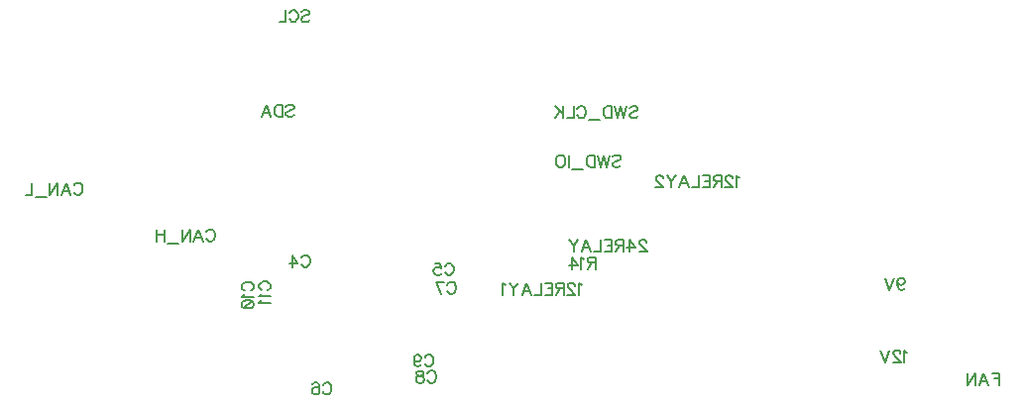
<source format=gbr>
G04 DipTrace 3.2.0.1*
G04 BottomSilk.gbr*
%MOIN*%
G04 #@! TF.FileFunction,Legend,Bot*
G04 #@! TF.Part,Single*
%ADD131C,0.005906*%
%FSLAX26Y26*%
G04*
G70*
G90*
G75*
G01*
G04 BotSilk*
%LPD*%
X2430783Y1346575D2*
D131*
X2426936Y1348521D1*
X2421188Y1354225D1*
Y1314077D1*
X2407431Y1344674D2*
Y1346575D1*
X2405530Y1350422D1*
X2403629Y1352323D1*
X2399782Y1354225D1*
X2392133D1*
X2388330Y1352323D1*
X2386429Y1350422D1*
X2384483Y1346575D1*
Y1342773D1*
X2386429Y1338926D1*
X2390231Y1333222D1*
X2409377Y1314077D1*
X2382582D1*
X2370771Y1335123D2*
X2353571D1*
X2347823Y1337069D1*
X2345878Y1338970D1*
X2343976Y1342773D1*
Y1346620D1*
X2345878Y1350422D1*
X2347823Y1352368D1*
X2353571Y1354269D1*
X2370771D1*
Y1314077D1*
X2357374Y1335123D2*
X2343976Y1314077D1*
X2307316Y1354269D2*
X2332165D1*
Y1314077D1*
X2307316D1*
X2332165Y1335123D2*
X2316867D1*
X2295505Y1354269D2*
Y1314077D1*
X2272557D1*
X2230105D2*
X2245448Y1354269D1*
X2260746Y1314077D1*
X2254998Y1327474D2*
X2235853D1*
X2218294Y1354269D2*
X2202995Y1335123D1*
Y1314077D1*
X2187697Y1354269D2*
X2202995Y1335123D1*
X2175886Y1346575D2*
X2172039Y1348521D1*
X2166291Y1354225D1*
Y1314077D1*
X2960262Y1708539D2*
X2956415Y1710484D1*
X2950667Y1716188D1*
Y1676040D1*
X2936911Y1706637D2*
Y1708539D1*
X2935009Y1712385D1*
X2933108Y1714287D1*
X2929261Y1716188D1*
X2921612D1*
X2917809Y1714287D1*
X2915908Y1712385D1*
X2913963Y1708539D1*
Y1704736D1*
X2915908Y1700889D1*
X2919711Y1695185D1*
X2938856Y1676040D1*
X2912061D1*
X2900250Y1697087D2*
X2883050D1*
X2877302Y1699032D1*
X2875357Y1700933D1*
X2873456Y1704736D1*
Y1708583D1*
X2875357Y1712385D1*
X2877302Y1714331D1*
X2883050Y1716232D1*
X2900250D1*
Y1676040D1*
X2886853Y1697087D2*
X2873456Y1676040D1*
X2836795Y1716232D2*
X2861645D1*
Y1676040D1*
X2836795D1*
X2861645Y1697087D2*
X2846346D1*
X2824984Y1716232D2*
Y1676040D1*
X2802037D1*
X2759584D2*
X2774927Y1716232D1*
X2790226Y1676040D1*
X2784477Y1689437D2*
X2765332D1*
X2747773Y1716232D2*
X2732474Y1697087D1*
Y1676040D1*
X2717176Y1716232D2*
X2732474Y1697087D1*
X2703419Y1706637D2*
Y1708539D1*
X2701518Y1712385D1*
X2699617Y1714287D1*
X2695770Y1716188D1*
X2688121D1*
X2684318Y1714287D1*
X2682417Y1712385D1*
X2680471Y1708539D1*
Y1704736D1*
X2682417Y1700889D1*
X2686219Y1695185D1*
X2705365Y1676040D1*
X2678570D1*
X3525619Y1119647D2*
X3521773Y1121593D1*
X3516025Y1127297D1*
Y1087149D1*
X3502268Y1117746D2*
Y1119647D1*
X3500367Y1123494D1*
X3498465Y1125396D1*
X3494619Y1127297D1*
X3486969D1*
X3483167Y1125396D1*
X3481266Y1123494D1*
X3479320Y1119647D1*
Y1115845D1*
X3481266Y1111998D1*
X3485068Y1106294D1*
X3504214Y1087149D1*
X3477419D1*
X3465608Y1127341D2*
X3450309Y1087149D1*
X3435011Y1127341D1*
X2648596Y1489973D2*
Y1491875D1*
X2646694Y1495721D1*
X2644793Y1497623D1*
X2640946Y1499524D1*
X2633297D1*
X2629494Y1497623D1*
X2627593Y1495721D1*
X2625648Y1491875D1*
Y1488072D1*
X2627593Y1484225D1*
X2631396Y1478521D1*
X2650541Y1459376D1*
X2623746D1*
X2592790D2*
Y1499524D1*
X2611935Y1472773D1*
X2583239D1*
X2571428Y1480423D2*
X2554229D1*
X2548481Y1482368D1*
X2546535Y1484269D1*
X2544634Y1488072D1*
Y1491919D1*
X2546535Y1495721D1*
X2548481Y1497667D1*
X2554229Y1499568D1*
X2571428D1*
Y1459376D1*
X2558031Y1480423D2*
X2544634Y1459376D1*
X2507974Y1499568D2*
X2532823D1*
Y1459376D1*
X2507974D1*
X2532823Y1480423D2*
X2517524D1*
X2496163Y1499568D2*
Y1459376D1*
X2473215D1*
X2430762D2*
X2446105Y1499568D1*
X2461404Y1459376D1*
X2455656Y1472773D2*
X2436510D1*
X2418951Y1499568D2*
X2403653Y1480423D1*
Y1459376D1*
X2388354Y1499568D2*
X2403653Y1480423D1*
X3493009Y1358038D2*
X3494955Y1352290D1*
X3498757Y1348443D1*
X3504505Y1346542D1*
X3506407D1*
X3512155Y1348443D1*
X3515957Y1352290D1*
X3517903Y1358038D1*
Y1359939D1*
X3515957Y1365687D1*
X3512155Y1369490D1*
X3506407Y1371391D1*
X3504505D1*
X3498757Y1369490D1*
X3494955Y1365687D1*
X3493009Y1358038D1*
Y1348443D1*
X3494955Y1338893D1*
X3498757Y1333145D1*
X3504505Y1331243D1*
X3508308D1*
X3514056Y1333145D1*
X3515957Y1336992D1*
X3481198Y1371435D2*
X3465900Y1331243D1*
X3450601Y1371435D1*
X1488189Y1438657D2*
X1490090Y1442459D1*
X1493937Y1446306D1*
X1497740Y1448207D1*
X1505389D1*
X1509236Y1446306D1*
X1513038Y1442459D1*
X1514984Y1438657D1*
X1516885Y1432909D1*
Y1423314D1*
X1514984Y1417610D1*
X1513038Y1413763D1*
X1509236Y1409961D1*
X1505389Y1408015D1*
X1497740D1*
X1493937Y1409961D1*
X1490090Y1413763D1*
X1488189Y1417610D1*
X1457233Y1408015D2*
Y1448163D1*
X1476378Y1421412D1*
X1447682D1*
X1971490Y1411098D2*
X1973392Y1414900D1*
X1977238Y1418747D1*
X1981041Y1420648D1*
X1988690D1*
X1992537Y1418747D1*
X1996339Y1414900D1*
X1998285Y1411098D1*
X2000186Y1405349D1*
Y1395755D1*
X1998285Y1390051D1*
X1996339Y1386204D1*
X1992537Y1382402D1*
X1988690Y1380456D1*
X1981041D1*
X1977238Y1382402D1*
X1973392Y1386204D1*
X1971490Y1390051D1*
X1936731Y1420604D2*
X1955833D1*
X1957734Y1403404D1*
X1955833Y1405305D1*
X1950084Y1407251D1*
X1944381D1*
X1938633Y1405305D1*
X1934786Y1401503D1*
X1932885Y1395755D1*
Y1391952D1*
X1934786Y1386204D1*
X1938633Y1382357D1*
X1944381Y1380456D1*
X1950084D1*
X1955833Y1382357D1*
X1957734Y1384303D1*
X1959679Y1388105D1*
X1561069Y1009523D2*
X1562970Y1013325D1*
X1566817Y1017172D1*
X1570619Y1019073D1*
X1578269D1*
X1582115Y1017172D1*
X1585918Y1013325D1*
X1587863Y1009523D1*
X1589765Y1003775D1*
Y994180D1*
X1587863Y988476D1*
X1585918Y984629D1*
X1582115Y980827D1*
X1578269Y978881D1*
X1570619D1*
X1566817Y980827D1*
X1562970Y984629D1*
X1561069Y988476D1*
X1526310Y1013325D2*
X1528211Y1017128D1*
X1533959Y1019029D1*
X1537762D1*
X1543510Y1017128D1*
X1547356Y1011380D1*
X1549258Y1001829D1*
Y992279D1*
X1547356Y984629D1*
X1543510Y980783D1*
X1537762Y978881D1*
X1535860D1*
X1530157Y980783D1*
X1526310Y984629D1*
X1524409Y990377D1*
Y992279D1*
X1526310Y998027D1*
X1530157Y1001829D1*
X1535860Y1003730D1*
X1537762D1*
X1543510Y1001829D1*
X1547356Y998027D1*
X1549258Y992279D1*
X1979364Y1348105D2*
X1981266Y1351908D1*
X1985112Y1355755D1*
X1988915Y1357656D1*
X1996564D1*
X2000411Y1355755D1*
X2004214Y1351908D1*
X2006159Y1348105D1*
X2008060Y1342357D1*
Y1332763D1*
X2006159Y1327059D1*
X2004214Y1323212D1*
X2000411Y1319409D1*
X1996564Y1317464D1*
X1988915D1*
X1985112Y1319409D1*
X1981266Y1323212D1*
X1979364Y1327059D1*
X1959904Y1317464D2*
X1940759Y1357612D1*
X1967553D1*
X1912413Y1048893D2*
X1914314Y1052695D1*
X1918161Y1056542D1*
X1921964Y1058443D1*
X1929613D1*
X1933460Y1056542D1*
X1937262Y1052695D1*
X1939208Y1048893D1*
X1941109Y1043145D1*
Y1033550D1*
X1939208Y1027846D1*
X1937262Y1023999D1*
X1933460Y1020197D1*
X1929613Y1018251D1*
X1921964D1*
X1918161Y1020197D1*
X1914314Y1023999D1*
X1912413Y1027846D1*
X1891051Y1058399D2*
X1896755Y1056498D1*
X1898701Y1052695D1*
Y1048849D1*
X1896755Y1045046D1*
X1892953Y1043101D1*
X1885303Y1041199D1*
X1879555Y1039298D1*
X1875753Y1035451D1*
X1873852Y1031649D1*
Y1025901D1*
X1875753Y1022098D1*
X1877654Y1020153D1*
X1883402Y1018251D1*
X1891051D1*
X1896755Y1020153D1*
X1898701Y1022098D1*
X1900602Y1025901D1*
Y1031649D1*
X1898701Y1035451D1*
X1894854Y1039298D1*
X1889150Y1041199D1*
X1881501Y1043101D1*
X1877654Y1045046D1*
X1875753Y1048849D1*
Y1052695D1*
X1877654Y1056498D1*
X1883402Y1058399D1*
X1891051D1*
X1903611Y1104011D2*
X1905512Y1107813D1*
X1909359Y1111660D1*
X1913161Y1113561D1*
X1920810D1*
X1924657Y1111660D1*
X1928460Y1107813D1*
X1930405Y1104011D1*
X1932306Y1098263D1*
Y1088668D1*
X1930405Y1082964D1*
X1928460Y1079118D1*
X1924657Y1075315D1*
X1920810Y1073369D1*
X1913161D1*
X1909359Y1075315D1*
X1905512Y1079118D1*
X1903611Y1082964D1*
X1866906Y1100164D2*
X1868852Y1094416D1*
X1872654Y1090569D1*
X1878402Y1088668D1*
X1880303D1*
X1886051Y1090569D1*
X1889854Y1094416D1*
X1891800Y1100164D1*
Y1102065D1*
X1889854Y1107813D1*
X1886051Y1111616D1*
X1880303Y1113517D1*
X1878402D1*
X1872654Y1111616D1*
X1868852Y1107813D1*
X1866906Y1100164D1*
Y1090569D1*
X1868852Y1081019D1*
X1872654Y1075271D1*
X1878402Y1073369D1*
X1882205D1*
X1887953Y1075271D1*
X1889854Y1079118D1*
X1297564Y1328650D2*
X1293761Y1330551D1*
X1289915Y1334398D1*
X1288013Y1338201D1*
Y1345850D1*
X1289915Y1349697D1*
X1293761Y1353499D1*
X1297564Y1355445D1*
X1303312Y1357346D1*
X1312907D1*
X1318611Y1355445D1*
X1322457Y1353499D1*
X1326260Y1349697D1*
X1328205Y1345850D1*
Y1338200D1*
X1326260Y1334398D1*
X1322457Y1330551D1*
X1318611Y1328650D1*
X1295707Y1316839D2*
X1293761Y1312992D1*
X1288058Y1307244D1*
X1328205D1*
X1288058Y1283937D2*
X1289959Y1289685D1*
X1295707Y1293532D1*
X1305257Y1295433D1*
X1311006D1*
X1320556Y1293532D1*
X1326304Y1289685D1*
X1328205Y1283937D1*
Y1280135D1*
X1326304Y1274387D1*
X1320556Y1270584D1*
X1311005Y1268639D1*
X1305257D1*
X1295707Y1270584D1*
X1289959Y1274387D1*
X1288058Y1280135D1*
Y1283937D1*
X1295707Y1270584D2*
X1320556Y1293532D1*
X1354651Y1329893D2*
X1350848Y1331794D1*
X1347001Y1335641D1*
X1345100Y1339443D1*
Y1347092D1*
X1347001Y1350939D1*
X1350848Y1354742D1*
X1354651Y1356687D1*
X1360399Y1358588D1*
X1369993D1*
X1375697Y1356687D1*
X1379544Y1354742D1*
X1383346Y1350939D1*
X1385292Y1347092D1*
Y1339443D1*
X1383346Y1335641D1*
X1379544Y1331794D1*
X1375697Y1329893D1*
X1352794Y1318082D2*
X1350848Y1314235D1*
X1345144Y1308487D1*
X1385292D1*
X1352793Y1296676D2*
X1350848Y1292829D1*
X1345144Y1287081D1*
X1385292D1*
X1168756Y1525221D2*
X1170658Y1529023D1*
X1174504Y1532870D1*
X1178307Y1534771D1*
X1185956D1*
X1189803Y1532870D1*
X1193605Y1529023D1*
X1195551Y1525221D1*
X1197452Y1519473D1*
Y1509878D1*
X1195551Y1504174D1*
X1193605Y1500327D1*
X1189803Y1496525D1*
X1185956Y1494579D1*
X1178307D1*
X1174504Y1496525D1*
X1170658Y1500327D1*
X1168756Y1504174D1*
X1126304Y1494579D2*
X1141647Y1534771D1*
X1156945Y1494579D1*
X1151197Y1507977D2*
X1132052D1*
X1087698Y1534771D2*
Y1494579D1*
X1114493Y1534771D1*
Y1494579D1*
X1075887Y1487947D2*
X1039542D1*
X1027731Y1534771D2*
Y1494579D1*
X1000936Y1534771D2*
Y1494579D1*
X1027731Y1515626D2*
X1000936D1*
X723946Y1681953D2*
X725847Y1685756D1*
X729694Y1689602D1*
X733496Y1691504D1*
X741146D1*
X744992Y1689602D1*
X748795Y1685756D1*
X750740Y1681953D1*
X752642Y1676205D1*
Y1666610D1*
X750740Y1660907D1*
X748795Y1657060D1*
X744992Y1653257D1*
X741146Y1651312D1*
X733496D1*
X729694Y1653257D1*
X725847Y1657060D1*
X723946Y1660907D1*
X681493Y1651312D2*
X696836Y1691504D1*
X712135Y1651312D1*
X706387Y1664709D2*
X687241D1*
X642888Y1691504D2*
Y1651312D1*
X669682Y1691504D1*
Y1651312D1*
X631077Y1644679D2*
X594731D1*
X582920Y1691504D2*
Y1651312D1*
X559972D1*
X3810215Y1051300D2*
X3835108D1*
Y1011108D1*
Y1032155D2*
X3819810D1*
X3767762Y1011108D2*
X3783105Y1051300D1*
X3798404Y1011108D1*
X3792656Y1024506D2*
X3773510D1*
X3729157Y1051300D2*
Y1011108D1*
X3755951Y1051300D1*
Y1011108D1*
X2478030Y1422459D2*
X2460830D1*
X2455082Y1424405D1*
X2453136Y1426306D1*
X2451235Y1430109D1*
Y1433955D1*
X2453136Y1437758D1*
X2455082Y1439704D1*
X2460830Y1441605D1*
X2478030D1*
Y1401413D1*
X2464632Y1422459D2*
X2451235Y1401413D1*
X2439424Y1433911D2*
X2435577Y1435857D1*
X2429829Y1441561D1*
Y1401413D1*
X2398873D2*
Y1441561D1*
X2418018Y1414810D1*
X2389322D1*
X1488803Y2267262D2*
X1492605Y2271109D1*
X1498353Y2273010D1*
X1506002D1*
X1511750Y2271109D1*
X1515597Y2267262D1*
Y2263460D1*
X1513652Y2259613D1*
X1511750Y2257712D1*
X1507948Y2255810D1*
X1496452Y2251964D1*
X1492605Y2250062D1*
X1490704Y2248117D1*
X1488803Y2244314D1*
Y2238566D1*
X1492605Y2234764D1*
X1498353Y2232818D1*
X1506002D1*
X1511750Y2234764D1*
X1515597Y2238566D1*
X1448296Y2263460D2*
X1450197Y2267262D1*
X1454044Y2271109D1*
X1457846Y2273010D1*
X1465495D1*
X1469342Y2271109D1*
X1473145Y2267262D1*
X1475090Y2263460D1*
X1476992Y2257712D1*
Y2248117D1*
X1475090Y2242413D1*
X1473145Y2238566D1*
X1469342Y2234764D1*
X1465495Y2232818D1*
X1457846D1*
X1454044Y2234764D1*
X1450197Y2238566D1*
X1448296Y2242413D1*
X1436485Y2273010D2*
Y2232818D1*
X1413537D1*
X1436581Y1948365D2*
X1440383Y1952211D1*
X1446131Y1954113D1*
X1453780D1*
X1459528Y1952211D1*
X1463375Y1948365D1*
Y1944562D1*
X1461430Y1940715D1*
X1459528Y1938814D1*
X1455726Y1936913D1*
X1444230Y1933066D1*
X1440383Y1931165D1*
X1438482Y1929219D1*
X1436581Y1925417D1*
Y1919669D1*
X1440383Y1915866D1*
X1446131Y1913921D1*
X1453780D1*
X1459528Y1915866D1*
X1463375Y1919669D1*
X1424770Y1954113D2*
Y1913921D1*
X1411372D1*
X1405624Y1915866D1*
X1401777Y1919669D1*
X1399876Y1923515D1*
X1397975Y1929219D1*
Y1938814D1*
X1399876Y1944562D1*
X1401777Y1948365D1*
X1405624Y1952211D1*
X1411372Y1954113D1*
X1424770D1*
X1355522Y1913921D2*
X1370865Y1954113D1*
X1386164Y1913921D1*
X1380416Y1927318D2*
X1361270D1*
X2593146Y1944034D2*
X2596949Y1947881D1*
X2602697Y1949782D1*
X2610346D1*
X2616094Y1947881D1*
X2619941Y1944034D1*
Y1940231D1*
X2617995Y1936385D1*
X2616094Y1934483D1*
X2612292Y1932582D1*
X2600795Y1928735D1*
X2596949Y1926834D1*
X2595047Y1924889D1*
X2593146Y1921086D1*
Y1915338D1*
X2596949Y1911535D1*
X2602697Y1909590D1*
X2610346D1*
X2616094Y1911535D1*
X2619941Y1915338D1*
X2581335Y1949782D2*
X2571740Y1909590D1*
X2562190Y1949782D1*
X2552639Y1909590D1*
X2543044Y1949782D1*
X2531233D2*
Y1909590D1*
X2517836D1*
X2512088Y1911535D1*
X2508241Y1915338D1*
X2506340Y1919185D1*
X2504439Y1924889D1*
Y1934483D1*
X2506340Y1940231D1*
X2508241Y1944034D1*
X2512088Y1947881D1*
X2517836Y1949782D1*
X2531233D1*
X2492628Y1902958D2*
X2456282D1*
X2415775Y1940231D2*
X2417677Y1944034D1*
X2421524Y1947881D1*
X2425326Y1949782D1*
X2432975D1*
X2436822Y1947881D1*
X2440625Y1944034D1*
X2442570Y1940231D1*
X2444471Y1934483D1*
Y1924889D1*
X2442570Y1919185D1*
X2440625Y1915338D1*
X2436822Y1911535D1*
X2432975Y1909590D1*
X2425326D1*
X2421524Y1911535D1*
X2417677Y1915338D1*
X2415775Y1919185D1*
X2403964Y1949782D2*
Y1909590D1*
X2381017D1*
X2369206Y1949782D2*
Y1909590D1*
X2342411Y1949782D2*
X2369206Y1922987D1*
X2359655Y1932582D2*
X2342411Y1909590D1*
X2535761Y1778491D2*
X2539563Y1782337D1*
X2545312Y1784239D1*
X2552961D1*
X2558709Y1782337D1*
X2562556Y1778491D1*
Y1774688D1*
X2560610Y1770841D1*
X2558709Y1768940D1*
X2554906Y1767039D1*
X2543410Y1763192D1*
X2539563Y1761291D1*
X2537662Y1759345D1*
X2535761Y1755543D1*
Y1749795D1*
X2539563Y1745992D1*
X2545312Y1744047D1*
X2552961D1*
X2558709Y1745992D1*
X2562556Y1749795D1*
X2523950Y1784239D2*
X2514355Y1744047D1*
X2504805Y1784239D1*
X2495254Y1744047D1*
X2485659Y1784239D1*
X2473848D2*
Y1744047D1*
X2460451D1*
X2454703Y1745992D1*
X2450856Y1749795D1*
X2448955Y1753641D1*
X2447054Y1759345D1*
Y1768940D1*
X2448955Y1774688D1*
X2450856Y1778491D1*
X2454703Y1782337D1*
X2460451Y1784239D1*
X2473848D1*
X2435242Y1737414D2*
X2398897D1*
X2387086Y1784239D2*
Y1744047D1*
X2363779Y1784239D2*
X2367626Y1782337D1*
X2371428Y1778491D1*
X2373374Y1774688D1*
X2375275Y1768940D1*
Y1759345D1*
X2373374Y1753641D1*
X2371428Y1749795D1*
X2367626Y1745992D1*
X2363779Y1744047D1*
X2356130D1*
X2352327Y1745992D1*
X2348481Y1749795D1*
X2346579Y1753641D1*
X2344678Y1759345D1*
Y1768940D1*
X2346579Y1774688D1*
X2348481Y1778491D1*
X2352327Y1782337D1*
X2356130Y1784239D1*
X2363779D1*
M02*

</source>
